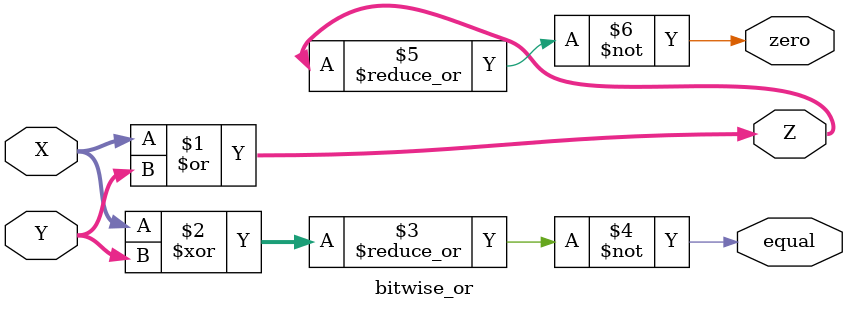
<source format=v>
`timescale 1ns / 1ps
`default_nettype none //helps catch typo-related bugs
module bitwise_or(X, Y, Z, equal, zero);

	//parameter definitions

	//port definitions - customize for different bit widths
	input wire [31:0] X, Y;
	output wire [31:0] Z;
	output wire equal, zero;
	
	//module body
	assign Z = X | Y;
	assign equal = ~(|(X ^ Y));
	assign zero = ~(|Z);

endmodule
`default_nettype wire //some Xilinx IP requires that the default_nettype be set to wire

</source>
